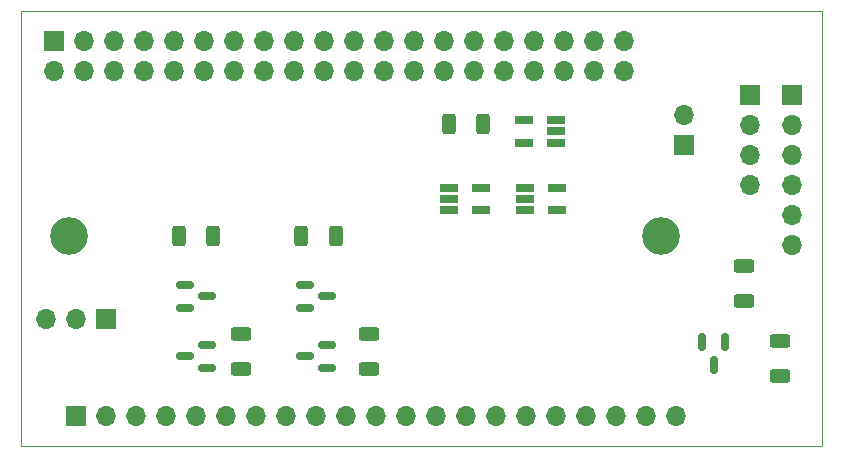
<source format=gbr>
%TF.GenerationSoftware,KiCad,Pcbnew,(6.0.7)*%
%TF.CreationDate,2022-12-20T14:52:23+01:00*%
%TF.ProjectId,bsmce04u-pp_GRBL_mod,62736d63-6530-4347-952d-70705f475242,rev?*%
%TF.SameCoordinates,Original*%
%TF.FileFunction,Soldermask,Top*%
%TF.FilePolarity,Negative*%
%FSLAX46Y46*%
G04 Gerber Fmt 4.6, Leading zero omitted, Abs format (unit mm)*
G04 Created by KiCad (PCBNEW (6.0.7)) date 2022-12-20 14:52:23*
%MOMM*%
%LPD*%
G01*
G04 APERTURE LIST*
G04 Aperture macros list*
%AMRoundRect*
0 Rectangle with rounded corners*
0 $1 Rounding radius*
0 $2 $3 $4 $5 $6 $7 $8 $9 X,Y pos of 4 corners*
0 Add a 4 corners polygon primitive as box body*
4,1,4,$2,$3,$4,$5,$6,$7,$8,$9,$2,$3,0*
0 Add four circle primitives for the rounded corners*
1,1,$1+$1,$2,$3*
1,1,$1+$1,$4,$5*
1,1,$1+$1,$6,$7*
1,1,$1+$1,$8,$9*
0 Add four rect primitives between the rounded corners*
20,1,$1+$1,$2,$3,$4,$5,0*
20,1,$1+$1,$4,$5,$6,$7,0*
20,1,$1+$1,$6,$7,$8,$9,0*
20,1,$1+$1,$8,$9,$2,$3,0*%
G04 Aperture macros list end*
%TA.AperFunction,Profile*%
%ADD10C,0.100000*%
%TD*%
%ADD11RoundRect,0.250000X-0.625000X0.312500X-0.625000X-0.312500X0.625000X-0.312500X0.625000X0.312500X0*%
%ADD12RoundRect,0.150000X-0.587500X-0.150000X0.587500X-0.150000X0.587500X0.150000X-0.587500X0.150000X0*%
%ADD13R,1.700000X1.700000*%
%ADD14O,1.700000X1.700000*%
%ADD15RoundRect,0.150000X0.587500X0.150000X-0.587500X0.150000X-0.587500X-0.150000X0.587500X-0.150000X0*%
%ADD16R,1.560000X0.650000*%
%ADD17C,3.200000*%
%ADD18RoundRect,0.250000X0.312500X0.625000X-0.312500X0.625000X-0.312500X-0.625000X0.312500X-0.625000X0*%
%ADD19RoundRect,0.150000X-0.150000X0.587500X-0.150000X-0.587500X0.150000X-0.587500X0.150000X0.587500X0*%
G04 APERTURE END LIST*
D10*
X161544000Y-33020000D02*
X161544000Y-69850000D01*
X93726000Y-69850000D02*
X93726000Y-33020000D01*
X93726000Y-33020000D02*
X161544000Y-33020000D01*
X161544000Y-69850000D02*
X93726000Y-69850000D01*
D11*
%TO.C,R8*%
X154940000Y-54610000D03*
X154940000Y-57535000D03*
%TD*%
D12*
%TO.C,Q1*%
X107647500Y-56200000D03*
X107647500Y-58100000D03*
X109522500Y-57150000D03*
%TD*%
D13*
%TO.C,J4*%
X155448000Y-40132000D03*
D14*
X155448000Y-42672000D03*
X155448000Y-45212000D03*
X155448000Y-47752000D03*
%TD*%
D13*
%TO.C,J5*%
X159004000Y-40132000D03*
D14*
X159004000Y-42672000D03*
X159004000Y-45212000D03*
X159004000Y-47752000D03*
X159004000Y-50292000D03*
X159004000Y-52832000D03*
%TD*%
D15*
%TO.C,Q4*%
X119682500Y-63180000D03*
X119682500Y-61280000D03*
X117807500Y-62230000D03*
%TD*%
D11*
%TO.C,R5*%
X123190000Y-60325000D03*
X123190000Y-63250000D03*
%TD*%
D13*
%TO.C,J2*%
X149860000Y-44328000D03*
D14*
X149860000Y-41788000D03*
%TD*%
D15*
%TO.C,Q3*%
X109522500Y-63180000D03*
X109522500Y-61280000D03*
X107647500Y-62230000D03*
%TD*%
D13*
%TO.C,J3*%
X100965000Y-59055000D03*
D14*
X98425000Y-59055000D03*
X95885000Y-59055000D03*
%TD*%
D11*
%TO.C,R9*%
X157988000Y-60960000D03*
X157988000Y-63885000D03*
%TD*%
D16*
%TO.C,U2*%
X136445000Y-47945000D03*
X136445000Y-48895000D03*
X136445000Y-49845000D03*
X139145000Y-49845000D03*
X139145000Y-47945000D03*
%TD*%
D13*
%TO.C,C_BS1*%
X98425000Y-67305000D03*
D14*
X100965000Y-67305000D03*
X103505000Y-67305000D03*
X106045000Y-67305000D03*
X108585000Y-67305000D03*
X111125000Y-67305000D03*
X113665000Y-67305000D03*
X116205000Y-67305000D03*
X118745000Y-67305000D03*
X121285000Y-67305000D03*
X123825000Y-67305000D03*
X126365000Y-67305000D03*
X128905000Y-67305000D03*
X131445000Y-67305000D03*
X133985000Y-67305000D03*
X136525000Y-67305000D03*
X139065000Y-67305000D03*
X141605000Y-67305000D03*
X144145000Y-67305000D03*
X146685000Y-67305000D03*
X149225000Y-67305000D03*
%TD*%
D12*
%TO.C,Q2*%
X117807500Y-56200000D03*
X117807500Y-58100000D03*
X119682500Y-57150000D03*
%TD*%
D17*
%TO.C,H2*%
X97790000Y-52070000D03*
%TD*%
D18*
%TO.C,R1*%
X110047500Y-52070000D03*
X107122500Y-52070000D03*
%TD*%
D11*
%TO.C,R4*%
X112395000Y-60325000D03*
X112395000Y-63250000D03*
%TD*%
D17*
%TO.C,H1*%
X147955000Y-52070000D03*
%TD*%
D18*
%TO.C,R2*%
X120400000Y-52070000D03*
X117475000Y-52070000D03*
%TD*%
D19*
%TO.C,Q5*%
X153350000Y-61038500D03*
X151450000Y-61038500D03*
X152400000Y-62913500D03*
%TD*%
D16*
%TO.C,U1*%
X139065000Y-44130000D03*
X139065000Y-43180000D03*
X139065000Y-42230000D03*
X136365000Y-42230000D03*
X136365000Y-44130000D03*
%TD*%
%TO.C,U3*%
X130015000Y-47945000D03*
X130015000Y-48895000D03*
X130015000Y-49845000D03*
X132715000Y-49845000D03*
X132715000Y-47945000D03*
%TD*%
D18*
%TO.C,R7*%
X132907500Y-42545000D03*
X129982500Y-42545000D03*
%TD*%
D13*
%TO.C,J1*%
X96520000Y-35560000D03*
D14*
X99060000Y-35560000D03*
X101600000Y-35560000D03*
X104140000Y-35560000D03*
X106680000Y-35560000D03*
X109220000Y-35560000D03*
X111760000Y-35560000D03*
X114300000Y-35560000D03*
X116840000Y-35560000D03*
X119380000Y-35560000D03*
X121920000Y-35560000D03*
X124460000Y-35560000D03*
X127000000Y-35560000D03*
X129540000Y-35560000D03*
X132080000Y-35560000D03*
X134620000Y-35560000D03*
X137160000Y-35560000D03*
X139700000Y-35560000D03*
X142240000Y-35560000D03*
X144780000Y-35560000D03*
X144780000Y-38100000D03*
X142240000Y-38100000D03*
X139700000Y-38100000D03*
X137160000Y-38100000D03*
X134620000Y-38100000D03*
X132080000Y-38100000D03*
X129540000Y-38100000D03*
X127000000Y-38100000D03*
X124460000Y-38100000D03*
X121920000Y-38100000D03*
X119380000Y-38100000D03*
X116840000Y-38100000D03*
X114300000Y-38100000D03*
X111760000Y-38100000D03*
X109220000Y-38100000D03*
X106680000Y-38100000D03*
X104140000Y-38100000D03*
X101600000Y-38100000D03*
X99060000Y-38100000D03*
X96520000Y-38100000D03*
%TD*%
M02*

</source>
